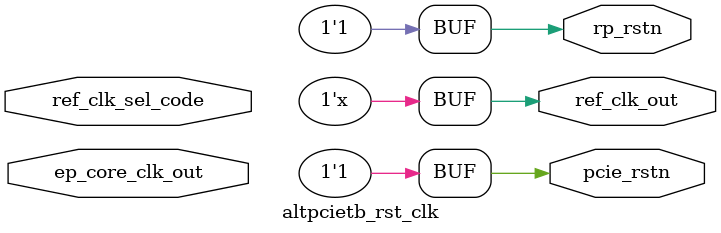
<source format=v>
`timescale 1 ps / 1 ps
module altpcietb_rst_clk (
           ref_clk_sel_code,
           ref_clk_out,
           pcie_rstn,
           ep_core_clk_out,
           rp_rstn
);

input [3:0] ref_clk_sel_code;

output       ref_clk_out;
output     pcie_rstn;
output     rp_rstn;
input      ep_core_clk_out;

integer   half_period;
reg     ref_clk_out;
reg     pcie_rstn;
reg     rp_rstn;

integer   core_clk_out_period;
integer   core_clk_cnt = 0;
integer   refclk_cnt = 0;
always @(ref_clk_sel_code)
  case (ref_clk_sel_code)
  4'h0: half_period = 5000;
  4'h1: half_period = 4000;
  4'h2: half_period = 3200;
  4'h3: half_period = 2000;
  default: half_period = 5000;
  endcase

  always
    #half_period  ref_clk_out <= ~ref_clk_out;

always @(posedge ref_clk_out)
  begin
  if (rp_rstn == 0)
    refclk_cnt <= 0;
  else
    refclk_cnt <= refclk_cnt + 1;

  if ((refclk_cnt == 200) & (core_clk_cnt > 10))
    $display("INFO: Core Clk Frequency: %5.2f Mhz",1000000/(half_period*2*200/core_clk_cnt));
  end


always @(posedge ep_core_clk_out)
  if (rp_rstn == 0)
    core_clk_cnt <= 0;
  else
    core_clk_cnt <= core_clk_cnt + 1;



  initial
    begin
      pcie_rstn         = 1'b1;
      rp_rstn           = 1'b0;
      ref_clk_out       = 1'b0;
      #1000
      pcie_rstn         = 1'b0;
      rp_rstn           = 1'b1;
      #1000
      rp_rstn           = 1'b0;
      #1000
      rp_rstn           = 1'b1;
      #1000
      rp_rstn           = 1'b0;
      #200000 pcie_rstn = 1'b1;
      #100000 rp_rstn   = 1'b1;
    end

endmodule


</source>
